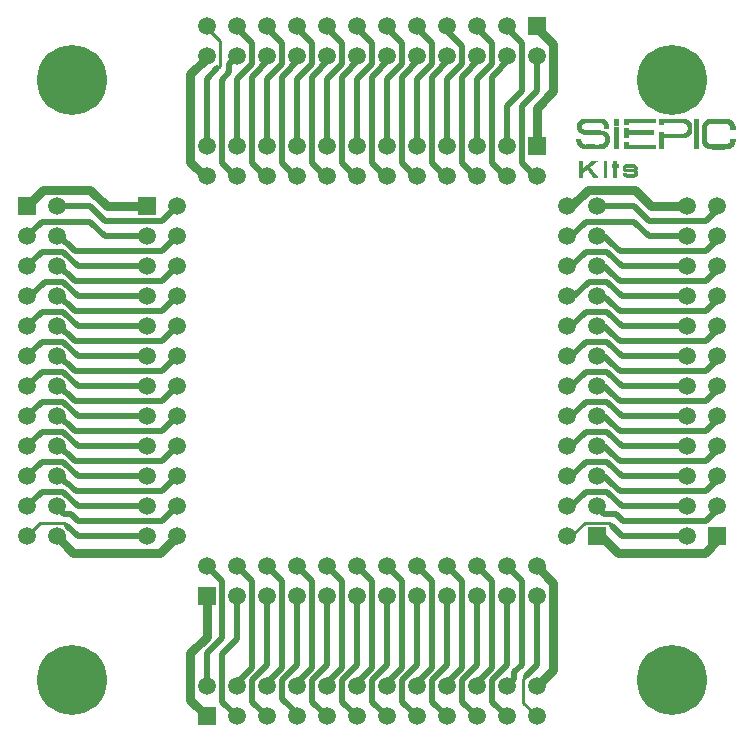
<source format=gtl>
G04*
G04 #@! TF.GenerationSoftware,Altium Limited,Altium Designer,19.1.5 (86)*
G04*
G04 Layer_Physical_Order=1*
G04 Layer_Color=255*
%FSLAX25Y25*%
%MOIN*%
G70*
G01*
G75*
%ADD10C,0.01000*%
%ADD14C,0.00100*%
%ADD19C,0.02000*%
%ADD20C,0.03000*%
%ADD21C,0.05906*%
%ADD22R,0.05906X0.05906*%
%ADD23R,0.05906X0.05906*%
%ADD24C,0.23312*%
D10*
X67900Y236900D02*
X72353Y232447D01*
Y224348D02*
Y232447D01*
X71900Y223896D02*
X72353Y224348D01*
X189400Y67400D02*
X193853Y71853D01*
X201952D01*
X202404Y71400D01*
X173447Y11853D02*
X177900Y7400D01*
X173447Y11853D02*
Y19951D01*
X173900Y20404D01*
X20451Y71853D02*
X20904Y71400D01*
X12353Y71853D02*
X20451D01*
X7900Y67400D02*
X12353Y71853D01*
D14*
X207650Y187300D02*
X210450D01*
X203450D02*
X204350D01*
X200150D02*
X201050D01*
X196750D02*
X197950D01*
X191950D02*
X192850D01*
X207250Y187400D02*
X210650D01*
X203450D02*
X204350D01*
X200150D02*
X201050D01*
X196650D02*
X197850D01*
X191950D02*
X192850D01*
X207050Y187500D02*
X210850D01*
X203450D02*
X204350D01*
X200150D02*
X201050D01*
X196650D02*
X197750D01*
X191950D02*
X192850D01*
X206950Y187600D02*
X210950D01*
X203450D02*
X204350D01*
X200150D02*
X201050D01*
X196550D02*
X197750D01*
X191950D02*
X192850D01*
X206850Y187700D02*
X211050D01*
X203450D02*
X204350D01*
X200150D02*
X201050D01*
X196450D02*
X197650D01*
X191950D02*
X192850D01*
X206750Y187800D02*
X211150D01*
X203450D02*
X204350D01*
X200150D02*
X201050D01*
X196350D02*
X197550D01*
X191950D02*
X192850D01*
X206650Y187900D02*
X211150D01*
X203450D02*
X204350D01*
X200150D02*
X201050D01*
X196250D02*
X197450D01*
X191950D02*
X192850D01*
X206650Y188000D02*
X211250D01*
X203450D02*
X204350D01*
X200150D02*
X201050D01*
X196150D02*
X197350D01*
X191950D02*
X192850D01*
X206550Y188100D02*
X211250D01*
X203450D02*
X204350D01*
X200150D02*
X201050D01*
X196150D02*
X197350D01*
X191950D02*
X192850D01*
X210150Y188200D02*
X211250D01*
X206550D02*
X207750D01*
X203450D02*
X204350D01*
X200150D02*
X201050D01*
X196050D02*
X197250D01*
X191950D02*
X192850D01*
X210350Y188300D02*
X211350D01*
X206550D02*
X207550D01*
X203450D02*
X204350D01*
X200150D02*
X201050D01*
X195950D02*
X197150D01*
X191950D02*
X192850D01*
X210350Y188400D02*
X211350D01*
X206550D02*
X207550D01*
X203450D02*
X204350D01*
X200150D02*
X201050D01*
X195850D02*
X197050D01*
X191950D02*
X192850D01*
X210450Y188500D02*
X211350D01*
X206550D02*
X207450D01*
X203450D02*
X204350D01*
X200150D02*
X201050D01*
X195750D02*
X196950D01*
X191950D02*
X192850D01*
X210450Y188600D02*
X211350D01*
X206550D02*
X207450D01*
X203450D02*
X204350D01*
X200150D02*
X201050D01*
X195750D02*
X196850D01*
X191950D02*
X192850D01*
X210450Y188700D02*
X211350D01*
X206550D02*
X207450D01*
X203450D02*
X204350D01*
X200150D02*
X201050D01*
X195650D02*
X196850D01*
X191950D02*
X192950D01*
X210350Y188800D02*
X211350D01*
X203450D02*
X204350D01*
X200150D02*
X201050D01*
X195550D02*
X196750D01*
X191950D02*
X193050D01*
X210350Y188900D02*
X211350D01*
X203450D02*
X204350D01*
X200150D02*
X201050D01*
X195450D02*
X196650D01*
X191950D02*
X193150D01*
X210150Y189000D02*
X211250D01*
X203450D02*
X204350D01*
X200150D02*
X201050D01*
X195350D02*
X196550D01*
X191950D02*
X193350D01*
X207450Y189100D02*
X211250D01*
X203450D02*
X204350D01*
X200150D02*
X201050D01*
X195350D02*
X196450D01*
X191950D02*
X193450D01*
X207150Y189200D02*
X211150D01*
X203450D02*
X204350D01*
X200150D02*
X201050D01*
X195250D02*
X196450D01*
X191950D02*
X193550D01*
X206950Y189300D02*
X211150D01*
X203450D02*
X204350D01*
X200150D02*
X201050D01*
X195150D02*
X196350D01*
X191950D02*
X193650D01*
X206850Y189400D02*
X211050D01*
X203450D02*
X204350D01*
X200150D02*
X201050D01*
X195050D02*
X196250D01*
X191950D02*
X193750D01*
X206750Y189500D02*
X210950D01*
X203450D02*
X204350D01*
X200150D02*
X201050D01*
X194950D02*
X196150D01*
X191950D02*
X193950D01*
X206750Y189600D02*
X210850D01*
X203450D02*
X204350D01*
X200150D02*
X201050D01*
X194850D02*
X196050D01*
X191950D02*
X194050D01*
X206650Y189700D02*
X210750D01*
X203450D02*
X204350D01*
X200150D02*
X201050D01*
X194850D02*
X196050D01*
X191950D02*
X194150D01*
X206650Y189800D02*
X210550D01*
X203450D02*
X204350D01*
X200150D02*
X201050D01*
X194750D02*
X195950D01*
X191950D02*
X194250D01*
X206550Y189900D02*
X210350D01*
X203450D02*
X204350D01*
X200150D02*
X201050D01*
X194650D02*
X195850D01*
X192950D02*
X194450D01*
X191950D02*
X192850D01*
X210350Y190000D02*
X211150D01*
X206550D02*
X207750D01*
X203450D02*
X204350D01*
X200150D02*
X201050D01*
X193050D02*
X195750D01*
X191950D02*
X192850D01*
X210250Y190100D02*
X211150D01*
X206550D02*
X207450D01*
X203450D02*
X204350D01*
X200150D02*
X201050D01*
X193150D02*
X195650D01*
X191950D02*
X192850D01*
X210250Y190200D02*
X211150D01*
X206550D02*
X207450D01*
X203450D02*
X204350D01*
X200150D02*
X201050D01*
X193350D02*
X195550D01*
X191950D02*
X192850D01*
X210250Y190300D02*
X211150D01*
X206550D02*
X207450D01*
X203450D02*
X204350D01*
X200150D02*
X201050D01*
X193450D02*
X195550D01*
X191950D02*
X192850D01*
X210150Y190400D02*
X211150D01*
X206550D02*
X207450D01*
X203450D02*
X204350D01*
X200150D02*
X201050D01*
X193550D02*
X195450D01*
X191950D02*
X192850D01*
X210050Y190500D02*
X211150D01*
X206550D02*
X207550D01*
X203450D02*
X204350D01*
X200150D02*
X201050D01*
X193650D02*
X195350D01*
X191950D02*
X192850D01*
X206550Y190600D02*
X211150D01*
X202850D02*
X204950D01*
X200150D02*
X201050D01*
X193850D02*
X195250D01*
X191950D02*
X192850D01*
X206550Y190700D02*
X211050D01*
X202850D02*
X204950D01*
X200150D02*
X201050D01*
X193950D02*
X195450D01*
X191950D02*
X192850D01*
X206650Y190800D02*
X211050D01*
X202850D02*
X204950D01*
X200150D02*
X201050D01*
X194050D02*
X195550D01*
X191950D02*
X192850D01*
X206650Y190900D02*
X210950D01*
X202850D02*
X204950D01*
X200150D02*
X201050D01*
X194150D02*
X195650D01*
X191950D02*
X192850D01*
X206750Y191000D02*
X210850D01*
X202850D02*
X204950D01*
X200150D02*
X201050D01*
X194350D02*
X195750D01*
X191950D02*
X192850D01*
X206850Y191100D02*
X210750D01*
X202850D02*
X204950D01*
X200150D02*
X201050D01*
X194450D02*
X195950D01*
X191950D02*
X192850D01*
X206950Y191200D02*
X210650D01*
X202850D02*
X204950D01*
X200150D02*
X201050D01*
X194550D02*
X196050D01*
X191950D02*
X192850D01*
X207150Y191300D02*
X210450D01*
X202850D02*
X204950D01*
X200150D02*
X201050D01*
X194650D02*
X196150D01*
X191950D02*
X192850D01*
X207350Y191400D02*
X210150D01*
X202850D02*
X204950D01*
X194850D02*
X196250D01*
X191950D02*
X192850D01*
X203450Y191500D02*
X204350D01*
X200150D02*
X201050D01*
X194950D02*
X196350D01*
X191950D02*
X192850D01*
X203450Y191600D02*
X204350D01*
X200150D02*
X201050D01*
X195050D02*
X196550D01*
X191950D02*
X192850D01*
X203450Y191700D02*
X204350D01*
X200150D02*
X201050D01*
X195150D02*
X196650D01*
X191950D02*
X192850D01*
X203450Y191800D02*
X204350D01*
X200150D02*
X201050D01*
X195350D02*
X196750D01*
X191950D02*
X192850D01*
X203450Y191900D02*
X204350D01*
X200150D02*
X201050D01*
X195450D02*
X196850D01*
X191950D02*
X192850D01*
X203450Y192000D02*
X204350D01*
X200150D02*
X201050D01*
X195550D02*
X197050D01*
X191950D02*
X192850D01*
X203450Y192100D02*
X204350D01*
X200150D02*
X201050D01*
X195650D02*
X197150D01*
X191950D02*
X192850D01*
X203450Y192200D02*
X204350D01*
X200150D02*
X201050D01*
X195750D02*
X197250D01*
X191950D02*
X192850D01*
X203450Y192300D02*
X204350D01*
X200150D02*
X201050D01*
X195950D02*
X197350D01*
X191950D02*
X192850D01*
X203450Y192400D02*
X204350D01*
X200150D02*
X201050D01*
X196050D02*
X197550D01*
X191950D02*
X192850D01*
X203450Y192500D02*
X204350D01*
X200150D02*
X201050D01*
X196150D02*
X197650D01*
X191950D02*
X192850D01*
X203450Y192600D02*
X204350D01*
X200150D02*
X201050D01*
X196250D02*
X197750D01*
X191950D02*
X192850D01*
X203450Y192700D02*
X204350D01*
X200150D02*
X201050D01*
X196450D02*
X197850D01*
X191950D02*
X192850D01*
X236350Y196700D02*
X240250D01*
X235150Y196800D02*
X241650D01*
X230450D02*
X231750D01*
X218650D02*
X219950D01*
X207050D02*
X217350D01*
X203650D02*
X204950D01*
X194450D02*
X199650D01*
X234750Y196900D02*
X241950D01*
X230450D02*
X231750D01*
X218650D02*
X219950D01*
X207050D02*
X217350D01*
X203650D02*
X204950D01*
X193250D02*
X200050D01*
X234550Y197000D02*
X242250D01*
X230450D02*
X231750D01*
X218650D02*
X219950D01*
X207050D02*
X217350D01*
X203650D02*
X204950D01*
X192850D02*
X200250D01*
X234350Y197100D02*
X242450D01*
X230450D02*
X231750D01*
X218650D02*
X219950D01*
X207050D02*
X217350D01*
X203650D02*
X204950D01*
X192650D02*
X200450D01*
X234250Y197200D02*
X242550D01*
X230450D02*
X231750D01*
X218650D02*
X219950D01*
X207050D02*
X217350D01*
X203650D02*
X204950D01*
X192450D02*
X200650D01*
X234050Y197300D02*
X242650D01*
X230450D02*
X231750D01*
X218650D02*
X219950D01*
X207050D02*
X217350D01*
X203650D02*
X204950D01*
X192350D02*
X200750D01*
X233950Y197400D02*
X242850D01*
X230350D02*
X231750D01*
X218650D02*
X219950D01*
X207050D02*
X217350D01*
X203650D02*
X204950D01*
X192150D02*
X200950D01*
X233850Y197500D02*
X242950D01*
X230350D02*
X231750D01*
X218650D02*
X219950D01*
X207050D02*
X217350D01*
X203650D02*
X204950D01*
X192050D02*
X201050D01*
X233750Y197600D02*
X243050D01*
X230350D02*
X231750D01*
X218650D02*
X219950D01*
X207050D02*
X217350D01*
X203650D02*
X204950D01*
X191950D02*
X201150D01*
X233650Y197700D02*
X243150D01*
X230350D02*
X231750D01*
X218650D02*
X219950D01*
X207050D02*
X217350D01*
X203650D02*
X204950D01*
X191850D02*
X201150D01*
X233550Y197800D02*
X243250D01*
X230350D02*
X231750D01*
X218650D02*
X219950D01*
X207050D02*
X217350D01*
X203650D02*
X204950D01*
X191750D02*
X201250D01*
X233450Y197900D02*
X243250D01*
X230350D02*
X231750D01*
X218650D02*
X219950D01*
X207050D02*
X217350D01*
X203650D02*
X204950D01*
X191650D02*
X201350D01*
X233450Y198000D02*
X243350D01*
X230350D02*
X231750D01*
X218650D02*
X219950D01*
X207050D02*
X217350D01*
X203650D02*
X204950D01*
X191650D02*
X201450D01*
X233350Y198100D02*
X243450D01*
X230350D02*
X231750D01*
X218650D02*
X219950D01*
X207050D02*
X208350D01*
X203650D02*
X204950D01*
X198750D02*
X201450D01*
X194350D02*
X196950D01*
X191550D02*
X193650D01*
X241250Y198200D02*
X243450D01*
X233250D02*
X235650D01*
X230350D02*
X231750D01*
X218650D02*
X219950D01*
X207050D02*
X208350D01*
X203650D02*
X204950D01*
X199350D02*
X201550D01*
X191450D02*
X193350D01*
X241550Y198300D02*
X243550D01*
X233250D02*
X235250D01*
X230350D02*
X231750D01*
X218650D02*
X219950D01*
X207050D02*
X208350D01*
X203650D02*
X204950D01*
X199650D02*
X201650D01*
X191450D02*
X193150D01*
X241750Y198400D02*
X243550D01*
X233150D02*
X235050D01*
X230350D02*
X231750D01*
X218650D02*
X219950D01*
X207050D02*
X208350D01*
X203650D02*
X204950D01*
X199850D02*
X201650D01*
X191350D02*
X193050D01*
X241850Y198500D02*
X243650D01*
X233150D02*
X234950D01*
X230350D02*
X231750D01*
X218650D02*
X219950D01*
X207050D02*
X208350D01*
X203650D02*
X204950D01*
X200050D02*
X201750D01*
X191350D02*
X192950D01*
X241950Y198600D02*
X243650D01*
X233150D02*
X234750D01*
X230350D02*
X231750D01*
X218650D02*
X219950D01*
X207050D02*
X208350D01*
X203650D02*
X204950D01*
X200150D02*
X201750D01*
X191250D02*
X192850D01*
X242050Y198700D02*
X243750D01*
X233050D02*
X234650D01*
X230350D02*
X231750D01*
X218650D02*
X219950D01*
X207050D02*
X208350D01*
X203650D02*
X204950D01*
X200250D02*
X201750D01*
X191250D02*
X192750D01*
X242150Y198800D02*
X243750D01*
X233050D02*
X234650D01*
X230350D02*
X231750D01*
X218650D02*
X219950D01*
X207050D02*
X208350D01*
X203650D02*
X204950D01*
X200350D02*
X201850D01*
X191250D02*
X192650D01*
X242250Y198900D02*
X243750D01*
X233050D02*
X234550D01*
X230350D02*
X231750D01*
X218650D02*
X219950D01*
X207050D02*
X208350D01*
X203650D02*
X204950D01*
X200350D02*
X201850D01*
X191150D02*
X192650D01*
X242250Y199000D02*
X243750D01*
X232950D02*
X234450D01*
X230350D02*
X231750D01*
X218650D02*
X219950D01*
X207050D02*
X208350D01*
X203650D02*
X204950D01*
X200450D02*
X201850D01*
X191150D02*
X192550D01*
X242350Y199100D02*
X243750D01*
X232950D02*
X234450D01*
X230350D02*
X231750D01*
X218650D02*
X219950D01*
X203650D02*
X204950D01*
X200550D02*
X201850D01*
X191150D02*
X192550D01*
X242350Y199200D02*
X243850D01*
X232950D02*
X234350D01*
X230350D02*
X231750D01*
X218650D02*
X219950D01*
X203650D02*
X204950D01*
X200550D02*
X201950D01*
X191150D02*
X192450D01*
X242450Y199300D02*
X243850D01*
X232950D02*
X234350D01*
X230350D02*
X231750D01*
X218650D02*
X219950D01*
X203650D02*
X204950D01*
X200550D02*
X201950D01*
X191050D02*
X192450D01*
X242450Y199400D02*
X243850D01*
X232950D02*
X234350D01*
X230350D02*
X231750D01*
X218650D02*
X219950D01*
X203650D02*
X204950D01*
X200650D02*
X201950D01*
X191050D02*
X192450D01*
X242450Y199500D02*
X243850D01*
X232950D02*
X234250D01*
X230350D02*
X231750D01*
X218650D02*
X219950D01*
X203650D02*
X204950D01*
X200650D02*
X201950D01*
X191050D02*
X192450D01*
X242450Y199600D02*
X243850D01*
X232950D02*
X234250D01*
X230350D02*
X231750D01*
X218650D02*
X219950D01*
X203650D02*
X204950D01*
X200650D02*
X201950D01*
X191050D02*
X192450D01*
X242450Y199700D02*
X243850D01*
X232950D02*
X234250D01*
X230350D02*
X231750D01*
X218650D02*
X219950D01*
X203650D02*
X204950D01*
X200650D02*
X201950D01*
X191050D02*
X192450D01*
X242450Y199800D02*
X243850D01*
X232950D02*
X234250D01*
X230350D02*
X231750D01*
X218650D02*
X219950D01*
X203650D02*
X204950D01*
X200650D02*
X201950D01*
X191050D02*
X192350D01*
X242450Y199900D02*
X243850D01*
X232950D02*
X234250D01*
X230350D02*
X231750D01*
X218650D02*
X219950D01*
X203650D02*
X204950D01*
X200650D02*
X201950D01*
X242450Y200000D02*
X243850D01*
X232950D02*
X234250D01*
X230350D02*
X231750D01*
X218650D02*
X219950D01*
X203650D02*
X204950D01*
X200650D02*
X201950D01*
X232950Y200100D02*
X234250D01*
X230350D02*
X231750D01*
X218650D02*
X219950D01*
X203650D02*
X204950D01*
X200650D02*
X201950D01*
X232950Y200200D02*
X234250D01*
X230350D02*
X231750D01*
X218650D02*
X219950D01*
X203650D02*
X204950D01*
X200650D02*
X201950D01*
X232950Y200300D02*
X234250D01*
X230350D02*
X231750D01*
X218650D02*
X219950D01*
X203650D02*
X204950D01*
X200650D02*
X201950D01*
X232950Y200400D02*
X234250D01*
X230350D02*
X231750D01*
X218650D02*
X219950D01*
X203650D02*
X204950D01*
X200550D02*
X201850D01*
X232950Y200500D02*
X234250D01*
X230350D02*
X231750D01*
X218650D02*
X227150D01*
X203650D02*
X204950D01*
X200550D02*
X201850D01*
X232950Y200600D02*
X234250D01*
X230350D02*
X231750D01*
X218650D02*
X227550D01*
X203650D02*
X204950D01*
X200550D02*
X201850D01*
X232950Y200700D02*
X234250D01*
X230350D02*
X231750D01*
X218650D02*
X227750D01*
X207050D02*
X208350D01*
X203650D02*
X204950D01*
X200550D02*
X201850D01*
X232850Y200800D02*
X234250D01*
X230350D02*
X231750D01*
X218650D02*
X227950D01*
X207050D02*
X208350D01*
X203650D02*
X204950D01*
X200450D02*
X201850D01*
X232850Y200900D02*
X234250D01*
X230350D02*
X231750D01*
X218650D02*
X228150D01*
X207050D02*
X208350D01*
X203650D02*
X204950D01*
X200450D02*
X201750D01*
X232850Y201000D02*
X234250D01*
X230350D02*
X231750D01*
X218650D02*
X228250D01*
X207050D02*
X208350D01*
X203650D02*
X204950D01*
X200350D02*
X201750D01*
X232850Y201100D02*
X234250D01*
X230350D02*
X231750D01*
X218650D02*
X228450D01*
X207050D02*
X208350D01*
X203650D02*
X204950D01*
X200250D02*
X201650D01*
X232850Y201200D02*
X234250D01*
X230350D02*
X231750D01*
X218650D02*
X228550D01*
X207050D02*
X208350D01*
X203650D02*
X204950D01*
X200150D02*
X201650D01*
X232850Y201300D02*
X234250D01*
X230350D02*
X231750D01*
X218650D02*
X228650D01*
X207050D02*
X208350D01*
X203650D02*
X204950D01*
X200050D02*
X201550D01*
X232850Y201400D02*
X234250D01*
X230350D02*
X231750D01*
X218650D02*
X228750D01*
X207050D02*
X208350D01*
X203650D02*
X204950D01*
X199850D02*
X201550D01*
X232850Y201500D02*
X234250D01*
X230350D02*
X231750D01*
X218650D02*
X228750D01*
X207050D02*
X208350D01*
X203650D02*
X204950D01*
X199450D02*
X201450D01*
X232850Y201600D02*
X234250D01*
X230350D02*
X231750D01*
X218650D02*
X228850D01*
X207050D02*
X208350D01*
X203650D02*
X204950D01*
X193550D02*
X201350D01*
X232850Y201700D02*
X234250D01*
X230350D02*
X231750D01*
X218650D02*
X228950D01*
X207050D02*
X216550D01*
X203650D02*
X204950D01*
X193150D02*
X201350D01*
X232850Y201800D02*
X234250D01*
X230350D02*
X231750D01*
X226950D02*
X229050D01*
X218650D02*
X219950D01*
X207050D02*
X216550D01*
X203650D02*
X204950D01*
X192950D02*
X201250D01*
X232850Y201900D02*
X234250D01*
X230350D02*
X231750D01*
X227250D02*
X229050D01*
X218650D02*
X219950D01*
X207050D02*
X216550D01*
X203650D02*
X204950D01*
X192650D02*
X201150D01*
X232850Y202000D02*
X234250D01*
X230350D02*
X231750D01*
X227450D02*
X229150D01*
X218650D02*
X219950D01*
X207050D02*
X216550D01*
X203650D02*
X204950D01*
X192550D02*
X201050D01*
X232850Y202100D02*
X234250D01*
X230350D02*
X231750D01*
X227550D02*
X229150D01*
X218650D02*
X219950D01*
X207050D02*
X216550D01*
X203650D02*
X204950D01*
X192350D02*
X200850D01*
X232850Y202200D02*
X234250D01*
X230350D02*
X231750D01*
X227650D02*
X229250D01*
X218650D02*
X219950D01*
X207050D02*
X216550D01*
X203650D02*
X204950D01*
X192250D02*
X200750D01*
X232850Y202300D02*
X234250D01*
X230350D02*
X231750D01*
X227750D02*
X229250D01*
X207050D02*
X216550D01*
X203650D02*
X204950D01*
X192050D02*
X200550D01*
X232850Y202400D02*
X234250D01*
X230350D02*
X231750D01*
X227850D02*
X229250D01*
X207050D02*
X216550D01*
X203650D02*
X204950D01*
X191950D02*
X200350D01*
X232850Y202500D02*
X234250D01*
X230350D02*
X231750D01*
X227850D02*
X229350D01*
X207050D02*
X216550D01*
X203650D02*
X204950D01*
X191850D02*
X200150D01*
X232850Y202600D02*
X234250D01*
X230350D02*
X231750D01*
X227950D02*
X229350D01*
X207050D02*
X216550D01*
X203650D02*
X204950D01*
X191850D02*
X199850D01*
X232850Y202700D02*
X234250D01*
X230350D02*
X231750D01*
X227950D02*
X229350D01*
X207050D02*
X216550D01*
X203650D02*
X204950D01*
X191750D02*
X199550D01*
X232850Y202800D02*
X234250D01*
X230350D02*
X231750D01*
X228050D02*
X229350D01*
X207050D02*
X216550D01*
X203650D02*
X204950D01*
X191650D02*
X198950D01*
X232850Y202900D02*
X234250D01*
X230350D02*
X231750D01*
X228050D02*
X229450D01*
X207050D02*
X216550D01*
X203650D02*
X204950D01*
X191550D02*
X193650D01*
X232850Y203000D02*
X234250D01*
X230350D02*
X231750D01*
X228050D02*
X229450D01*
X207050D02*
X208350D01*
X203650D02*
X204950D01*
X191550D02*
X193250D01*
X232850Y203100D02*
X234250D01*
X230350D02*
X231750D01*
X228150D02*
X229450D01*
X207050D02*
X208350D01*
X203650D02*
X204950D01*
X191450D02*
X193150D01*
X242550Y203200D02*
X243850D01*
X232850D02*
X234250D01*
X230350D02*
X231750D01*
X228150D02*
X229450D01*
X207050D02*
X208350D01*
X203650D02*
X204950D01*
X191450D02*
X192950D01*
X242450Y203300D02*
X243850D01*
X232950D02*
X234250D01*
X230350D02*
X231750D01*
X228150D02*
X229450D01*
X207050D02*
X208350D01*
X203650D02*
X204950D01*
X191350D02*
X192850D01*
X242450Y203400D02*
X243850D01*
X232950D02*
X234250D01*
X230350D02*
X231750D01*
X228150D02*
X229450D01*
X207050D02*
X208350D01*
X203650D02*
X204950D01*
X191350D02*
X192750D01*
X242450Y203500D02*
X243850D01*
X232950D02*
X234250D01*
X230350D02*
X231750D01*
X228150D02*
X229450D01*
X203650D02*
X204950D01*
X191350D02*
X192750D01*
X242450Y203600D02*
X243850D01*
X232950D02*
X234250D01*
X230350D02*
X231750D01*
X228150D02*
X229450D01*
X203650D02*
X204950D01*
X191350D02*
X192650D01*
X242450Y203700D02*
X243850D01*
X232950D02*
X234250D01*
X230350D02*
X231750D01*
X228150D02*
X229450D01*
X203650D02*
X204950D01*
X200250D02*
X201650D01*
X191250D02*
X192650D01*
X242450Y203800D02*
X243850D01*
X232950D02*
X234250D01*
X230350D02*
X231750D01*
X228150D02*
X229450D01*
X203650D02*
X204950D01*
X200250D02*
X201650D01*
X191250D02*
X192650D01*
X242450Y203900D02*
X243850D01*
X232950D02*
X234350D01*
X230350D02*
X231750D01*
X228150D02*
X229450D01*
X203650D02*
X204950D01*
X200250D02*
X201650D01*
X191250D02*
X192550D01*
X242450Y204000D02*
X243850D01*
X232950D02*
X234350D01*
X230350D02*
X231750D01*
X228150D02*
X229450D01*
X203650D02*
X204950D01*
X200250D02*
X201650D01*
X191250D02*
X192550D01*
X242450Y204100D02*
X243850D01*
X232950D02*
X234350D01*
X230350D02*
X231750D01*
X228050D02*
X229450D01*
X200250D02*
X201650D01*
X191250D02*
X192550D01*
X242350Y204200D02*
X243850D01*
X232950D02*
X234350D01*
X230350D02*
X231750D01*
X228050D02*
X229450D01*
X200250D02*
X201650D01*
X191250D02*
X192550D01*
X242350Y204300D02*
X243750D01*
X233050D02*
X234450D01*
X230350D02*
X231750D01*
X228050D02*
X229350D01*
X200250D02*
X201650D01*
X191250D02*
X192550D01*
X242250Y204400D02*
X243750D01*
X233050D02*
X234450D01*
X230350D02*
X231750D01*
X227950D02*
X229350D01*
X200250D02*
X201650D01*
X191250D02*
X192550D01*
X242250Y204500D02*
X243750D01*
X233050D02*
X234550D01*
X230350D02*
X231750D01*
X227950D02*
X229350D01*
X200250D02*
X201650D01*
X191250D02*
X192650D01*
X242150Y204600D02*
X243750D01*
X233150D02*
X234650D01*
X230350D02*
X231750D01*
X227850D02*
X229350D01*
X200150D02*
X201650D01*
X191250D02*
X192650D01*
X242050Y204700D02*
X243650D01*
X233150D02*
X234750D01*
X230350D02*
X231750D01*
X227850D02*
X229250D01*
X203650D02*
X204950D01*
X200150D02*
X201550D01*
X191350D02*
X192650D01*
X241950Y204800D02*
X243650D01*
X233150D02*
X234850D01*
X230350D02*
X231750D01*
X227750D02*
X229250D01*
X203650D02*
X204950D01*
X200050D02*
X201550D01*
X191350D02*
X192750D01*
X241850Y204900D02*
X243550D01*
X233250D02*
X234950D01*
X230350D02*
X231750D01*
X227650D02*
X229250D01*
X218650D02*
X219950D01*
X207050D02*
X208350D01*
X203650D02*
X204950D01*
X200050D02*
X201550D01*
X191350D02*
X192850D01*
X241650Y205000D02*
X243550D01*
X233250D02*
X235050D01*
X230350D02*
X231750D01*
X227550D02*
X229150D01*
X218650D02*
X219950D01*
X207050D02*
X208350D01*
X203650D02*
X204950D01*
X199950D02*
X201550D01*
X191350D02*
X192950D01*
X241550Y205100D02*
X243450D01*
X233350D02*
X235250D01*
X230350D02*
X231750D01*
X227350D02*
X229150D01*
X218650D02*
X219950D01*
X207050D02*
X208350D01*
X203650D02*
X204950D01*
X199850D02*
X201450D01*
X191450D02*
X193050D01*
X241150Y205200D02*
X243450D01*
X233350D02*
X235650D01*
X230350D02*
X231750D01*
X227250D02*
X229050D01*
X218650D02*
X219950D01*
X207050D02*
X208350D01*
X203650D02*
X204950D01*
X199750D02*
X201450D01*
X191450D02*
X193250D01*
X233450Y205300D02*
X243350D01*
X230350D02*
X231750D01*
X226950D02*
X229050D01*
X218650D02*
X219950D01*
X207050D02*
X208350D01*
X203650D02*
X204950D01*
X199550D02*
X201350D01*
X191550D02*
X193550D01*
X233550Y205400D02*
X243250D01*
X230450D02*
X231750D01*
X218650D02*
X228950D01*
X207050D02*
X217350D01*
X203650D02*
X204950D01*
X199250D02*
X201350D01*
X191550D02*
X194050D01*
X233550Y205500D02*
X243250D01*
X230450D02*
X231750D01*
X218650D02*
X228850D01*
X207050D02*
X217350D01*
X203650D02*
X204950D01*
X191650D02*
X201250D01*
X233650Y205600D02*
X243150D01*
X230450D02*
X231750D01*
X218650D02*
X228750D01*
X207050D02*
X217350D01*
X203650D02*
X204950D01*
X191650D02*
X201250D01*
X233750Y205700D02*
X243050D01*
X230450D02*
X231750D01*
X218650D02*
X228750D01*
X207050D02*
X217350D01*
X203650D02*
X204950D01*
X191750D02*
X201150D01*
X233850Y205800D02*
X242950D01*
X230450D02*
X231750D01*
X218650D02*
X228650D01*
X207050D02*
X217350D01*
X203650D02*
X204950D01*
X191850D02*
X201050D01*
X233950Y205900D02*
X242850D01*
X230450D02*
X231750D01*
X218650D02*
X228550D01*
X207050D02*
X217350D01*
X203650D02*
X204950D01*
X191950D02*
X200950D01*
X234050Y206000D02*
X242650D01*
X230450D02*
X231750D01*
X218650D02*
X228450D01*
X207050D02*
X217350D01*
X203650D02*
X204950D01*
X192050D02*
X200850D01*
X234250Y206100D02*
X242550D01*
X230450D02*
X231750D01*
X218650D02*
X228250D01*
X207050D02*
X217350D01*
X203650D02*
X204950D01*
X192150D02*
X200750D01*
X234350Y206200D02*
X242450D01*
X230450D02*
X231750D01*
X218650D02*
X228150D01*
X207050D02*
X217350D01*
X203650D02*
X204950D01*
X192250D02*
X200650D01*
X234550Y206300D02*
X242250D01*
X230450D02*
X231750D01*
X218650D02*
X227950D01*
X207050D02*
X217350D01*
X203650D02*
X204950D01*
X192350D02*
X200450D01*
X234750Y206400D02*
X241950D01*
X230450D02*
X231750D01*
X218650D02*
X227750D01*
X207050D02*
X217350D01*
X203650D02*
X204950D01*
X192550D02*
X200350D01*
X235150Y206500D02*
X241650D01*
X230450D02*
X231750D01*
X218650D02*
X227550D01*
X207050D02*
X217350D01*
X203650D02*
X204950D01*
X192650D02*
X200150D01*
X236150Y206600D02*
X240550D01*
X230450D02*
X231750D01*
X218650D02*
X227150D01*
X207050D02*
X217350D01*
X203650D02*
X204950D01*
X192950D02*
X199850D01*
X193250Y206700D02*
X199450D01*
D19*
X72947Y191853D02*
X77900Y186900D01*
X75400Y224900D02*
X77900Y227400D01*
X167900Y196900D02*
Y210978D01*
X172853Y215931D01*
X167900Y236900D02*
X172853Y231947D01*
Y215931D02*
Y231947D01*
X177900Y215900D02*
Y226900D01*
X172900Y210900D02*
X177900Y215900D01*
X172900Y191900D02*
Y210900D01*
Y191900D02*
X177900Y186900D01*
X162947Y220700D02*
X165853Y223606D01*
X167900Y225843D02*
Y226900D01*
X165853Y223796D02*
X167900Y225843D01*
X165853Y223606D02*
Y223796D01*
X162853Y224849D02*
Y231947D01*
X157900Y236900D02*
X162853Y231947D01*
X162947Y191853D02*
X167900Y186900D01*
X162947Y191853D02*
Y220700D01*
X157900Y225843D02*
Y226900D01*
X155853Y223796D02*
X157900Y225843D01*
X155853Y223606D02*
Y223796D01*
X147900Y196900D02*
Y219896D01*
X152853Y224849D01*
Y230947D01*
X147900Y235900D02*
X152853Y230947D01*
X147900Y235900D02*
Y236900D01*
X152947Y191853D02*
X157900Y186900D01*
Y219896D02*
X162853Y224849D01*
X157900Y196900D02*
Y219896D01*
X152947Y220700D02*
X155853Y223606D01*
X152947Y191853D02*
Y220700D01*
X142947Y191853D02*
X147900Y186900D01*
X142947Y220700D02*
X145853Y223606D01*
X142947Y191853D02*
Y220700D01*
X147400Y225343D02*
Y227400D01*
X145853Y223796D02*
X147400Y225343D01*
X145853Y223606D02*
Y223796D01*
X137900Y196900D02*
Y219896D01*
X142853Y224849D01*
Y231947D01*
X137900Y236900D02*
X142853Y231947D01*
X132947Y191853D02*
X137900Y186900D01*
X132947Y220700D02*
X135853Y223606D01*
X132947Y191853D02*
Y220700D01*
X137900Y225843D02*
Y226900D01*
X135853Y223796D02*
X137900Y225843D01*
X135853Y223606D02*
Y223796D01*
X127900Y196900D02*
Y219896D01*
X132853Y224849D01*
Y231947D01*
X127900Y236900D02*
X132853Y231947D01*
X122947Y191853D02*
X127900Y186900D01*
X122947Y220700D02*
X125853Y223606D01*
X122947Y191853D02*
Y220700D01*
X127900Y225843D02*
Y226900D01*
X125853Y223796D02*
X127900Y225843D01*
X125853Y223606D02*
Y223796D01*
X117900Y196900D02*
Y219896D01*
X122853Y224849D01*
Y231947D01*
X117900Y236900D02*
X122853Y231947D01*
X112947Y191853D02*
X117900Y186900D01*
X112947Y220700D02*
X115853Y223606D01*
X112947Y191853D02*
Y220700D01*
X117900Y225843D02*
Y226900D01*
X115853Y223796D02*
X117900Y225843D01*
X115853Y223606D02*
Y223796D01*
X112853Y224849D02*
Y231947D01*
X107900Y236900D02*
X112853Y231947D01*
X107900Y225843D02*
Y226900D01*
X105853Y223796D02*
X107900Y225843D01*
X97900Y196900D02*
Y219896D01*
X102853Y224849D01*
Y231947D01*
X97900Y236900D02*
X102853Y231947D01*
X107900Y219896D02*
X112853Y224849D01*
X107900Y196900D02*
Y219896D01*
X102947Y220700D02*
X105853Y223606D01*
Y223796D01*
X102947Y191853D02*
Y220700D01*
Y191853D02*
X107900Y186900D01*
X92947Y191853D02*
X97900Y186900D01*
X92947Y220700D02*
X95853Y223606D01*
X92947Y191853D02*
Y220700D01*
X97900Y225843D02*
Y226900D01*
X95853Y223796D02*
X97900Y225843D01*
X95853Y223606D02*
Y223796D01*
X92853Y224849D02*
Y231947D01*
X87900Y236900D02*
X92853Y231947D01*
X87900Y225843D02*
Y226900D01*
X85853Y223796D02*
X87900Y225843D01*
X85853Y223606D02*
Y223796D01*
X77900Y196900D02*
Y219896D01*
X82853Y224849D01*
Y231947D01*
X77900Y236900D02*
X82853Y231947D01*
X82900Y191900D02*
X87900Y186900D01*
Y219896D02*
X92853Y224849D01*
X87900Y196900D02*
Y219896D01*
X82900Y220653D02*
X85853Y223606D01*
X82900Y191900D02*
Y220653D01*
X72947Y191853D02*
Y219705D01*
X75400Y222157D02*
Y224900D01*
X72947Y219705D02*
X75400Y222157D01*
X67900Y196900D02*
Y219896D01*
X71449Y223445D01*
X234447Y72447D02*
X239400Y77400D01*
X197900D02*
X200400Y74900D01*
X215322Y167400D02*
X229400D01*
X210369Y172353D02*
X215322Y167400D01*
X189400D02*
X194353Y172353D01*
X210369D01*
X199400Y177400D02*
X210400D01*
X215400Y172400D01*
X234400D01*
X239400Y177400D01*
X202694Y165353D02*
X205600Y162447D01*
X199400Y167400D02*
X200457D01*
X202504Y165353D01*
X202694D01*
X194353Y162353D02*
X201451D01*
X189400Y157400D02*
X194353Y162353D01*
X234447Y162447D02*
X239400Y167400D01*
X205600Y162447D02*
X234447D01*
X199400Y157400D02*
X200457D01*
X202504Y155353D01*
X202694D01*
X206404Y147400D02*
X229400D01*
X201451Y152353D02*
X206404Y147400D01*
X195353Y152353D02*
X201451D01*
X190400Y147400D02*
X195353Y152353D01*
X189400Y147400D02*
X190400D01*
X234447Y152447D02*
X239400Y157400D01*
X201451Y162353D02*
X206404Y157400D01*
X229400D01*
X202694Y155353D02*
X205600Y152447D01*
X234447D01*
Y142447D02*
X239400Y147400D01*
X202694Y145353D02*
X205600Y142447D01*
X234447D01*
X198900Y146900D02*
X200957D01*
X202504Y145353D01*
X202694D01*
X206404Y137400D02*
X229400D01*
X201451Y142353D02*
X206404Y137400D01*
X194353Y142353D02*
X201451D01*
X189400Y137400D02*
X194353Y142353D01*
X234447Y132447D02*
X239400Y137400D01*
X202694Y135353D02*
X205600Y132447D01*
X234447D01*
X199400Y137400D02*
X200457D01*
X202504Y135353D01*
X202694D01*
X206404Y127400D02*
X229400D01*
X201451Y132353D02*
X206404Y127400D01*
X194353Y132353D02*
X201451D01*
X189400Y127400D02*
X194353Y132353D01*
X234447Y122447D02*
X239400Y127400D01*
X202694Y125353D02*
X205600Y122447D01*
X234447D01*
X199400Y127400D02*
X200457D01*
X202504Y125353D01*
X202694D01*
X206404Y117400D02*
X229400D01*
X201451Y122353D02*
X206404Y117400D01*
X194353Y122353D02*
X201451D01*
X189400Y117400D02*
X194353Y122353D01*
X234447Y112447D02*
X239400Y117400D01*
X202694Y115353D02*
X205600Y112447D01*
X234447D01*
X199400Y117400D02*
X200457D01*
X202504Y115353D01*
X202694D01*
X194353Y112353D02*
X201451D01*
X189400Y107400D02*
X194353Y112353D01*
X199400Y107400D02*
X200457D01*
X202504Y105353D01*
X206404Y97400D02*
X229400D01*
X201451Y102353D02*
X206404Y97400D01*
X194353Y102353D02*
X201451D01*
X189400Y97400D02*
X194353Y102353D01*
X201451Y112353D02*
X206404Y107400D01*
X229400D01*
X202694Y105353D02*
X205600Y102447D01*
X202504Y105353D02*
X202694D01*
X205600Y102447D02*
X234447D01*
X239400Y107400D01*
X234447Y92447D02*
X239400Y97400D01*
X202694Y95353D02*
X205600Y92447D01*
X234447D01*
X199400Y97400D02*
X200457D01*
X202504Y95353D01*
X202694D01*
X194353Y92353D02*
X201451D01*
X189400Y87400D02*
X194353Y92353D01*
X199400Y87400D02*
X200457D01*
X202504Y85353D01*
X202694D01*
X206404Y77400D02*
X229400D01*
X201451Y82353D02*
X206404Y77400D01*
X194353Y82353D02*
X201451D01*
X189400Y77400D02*
X194353Y82353D01*
X234400Y82400D02*
X239400Y87400D01*
X201451Y92353D02*
X206404Y87400D01*
X229400D01*
X202694Y85353D02*
X205647Y82400D01*
X234400D01*
X206595Y72447D02*
X234447D01*
X200400Y74900D02*
X204143D01*
X206595Y72447D01*
X206404Y67400D02*
X229400D01*
X202855Y70949D02*
X206404Y67400D01*
X17900Y77400D02*
X20400Y74900D01*
X167900Y17400D02*
X170400Y19900D01*
X77900Y33322D02*
Y47400D01*
X72947Y28370D02*
X77900Y33322D01*
X72947Y12353D02*
X77900Y7400D01*
X72947Y12353D02*
Y28370D01*
X67900Y17400D02*
Y28400D01*
X72900Y33400D01*
Y52400D01*
X67900Y57400D02*
X72900Y52400D01*
X79947Y20694D02*
X82853Y23600D01*
X77900Y17400D02*
Y18457D01*
X79947Y20504D01*
Y20694D01*
X82947Y12353D02*
Y19452D01*
Y12353D02*
X87900Y7400D01*
X77900Y57400D02*
X82853Y52447D01*
Y23600D02*
Y52447D01*
X87900Y17400D02*
Y18457D01*
X89947Y20504D01*
Y20694D01*
X97900Y24404D02*
Y47400D01*
X92947Y19452D02*
X97900Y24404D01*
X92947Y13353D02*
Y19452D01*
Y13353D02*
X97900Y8400D01*
Y7400D02*
Y8400D01*
X87900Y57400D02*
X92853Y52447D01*
X82947Y19452D02*
X87900Y24404D01*
Y47400D01*
X89947Y20694D02*
X92853Y23600D01*
Y52447D01*
X97900Y57400D02*
X102853Y52447D01*
X99947Y20694D02*
X102853Y23600D01*
Y52447D01*
X98400Y16900D02*
Y18957D01*
X99947Y20504D01*
Y20694D01*
X107900Y24404D02*
Y47400D01*
X102947Y19452D02*
X107900Y24404D01*
X102947Y12353D02*
Y19452D01*
Y12353D02*
X107900Y7400D01*
Y57400D02*
X112853Y52447D01*
X109947Y20694D02*
X112853Y23600D01*
Y52447D01*
X107900Y17400D02*
Y18457D01*
X109947Y20504D01*
Y20694D01*
X117900Y24404D02*
Y47400D01*
X112947Y19452D02*
X117900Y24404D01*
X112947Y12353D02*
Y19452D01*
Y12353D02*
X117900Y7400D01*
Y57400D02*
X122853Y52447D01*
X119947Y20694D02*
X122853Y23600D01*
Y52447D01*
X117900Y17400D02*
Y18457D01*
X119947Y20504D01*
Y20694D01*
X127900Y24404D02*
Y47400D01*
X122947Y19452D02*
X127900Y24404D01*
X122947Y12353D02*
Y19452D01*
Y12353D02*
X127900Y7400D01*
Y57400D02*
X132853Y52447D01*
X129947Y20694D02*
X132853Y23600D01*
Y52447D01*
X127900Y17400D02*
Y18457D01*
X129947Y20504D01*
Y20694D01*
X132947Y12353D02*
Y19452D01*
Y12353D02*
X137900Y7400D01*
Y17400D02*
Y18457D01*
X139947Y20504D01*
X147900Y24404D02*
Y47400D01*
X142947Y19452D02*
X147900Y24404D01*
X142947Y12353D02*
Y19452D01*
Y12353D02*
X147900Y7400D01*
X132947Y19452D02*
X137900Y24404D01*
Y47400D01*
X139947Y20694D02*
X142853Y23600D01*
X139947Y20504D02*
Y20694D01*
X142853Y23600D02*
Y52447D01*
X137900Y57400D02*
X142853Y52447D01*
X147900Y57400D02*
X152853Y52447D01*
X149947Y20694D02*
X152853Y23600D01*
Y52447D01*
X147900Y17400D02*
Y18457D01*
X149947Y20504D01*
Y20694D01*
X152947Y12353D02*
Y19452D01*
Y12353D02*
X157900Y7400D01*
Y17400D02*
Y18457D01*
X159947Y20504D01*
Y20694D01*
X167900Y24404D02*
Y47400D01*
X162947Y19452D02*
X167900Y24404D01*
X162947Y12353D02*
Y19452D01*
Y12353D02*
X167900Y7400D01*
X157900Y57400D02*
X162900Y52400D01*
X152947Y19452D02*
X157900Y24404D01*
Y47400D01*
X159947Y20694D02*
X162900Y23647D01*
Y52400D01*
X167900Y57400D02*
X172853Y52447D01*
Y24595D02*
Y52447D01*
X170400Y19900D02*
Y22143D01*
X172853Y24595D01*
X177900Y24404D02*
Y47400D01*
X174351Y20855D02*
X177900Y24404D01*
X21355Y70949D02*
X24904Y67400D01*
X47900D01*
X22643Y74900D02*
X25095Y72447D01*
X20400Y74900D02*
X22643D01*
X25095Y72447D02*
X52947D01*
X57900Y77400D01*
X24147Y82400D02*
X52900D01*
X21194Y85353D02*
X24147Y82400D01*
X24904Y87400D02*
X47900D01*
X19951Y92353D02*
X24904Y87400D01*
X52900Y82400D02*
X57900Y87400D01*
X7900Y77400D02*
X12853Y82353D01*
X19951D01*
X24904Y77400D01*
X47900D01*
X21004Y85353D02*
X21194D01*
X18957Y87400D02*
X21004Y85353D01*
X17900Y87400D02*
X18957D01*
X7900D02*
X12853Y92353D01*
X19951D01*
X21004Y95353D02*
X21194D01*
X18957Y97400D02*
X21004Y95353D01*
X17900Y97400D02*
X18957D01*
X24100Y92447D02*
X52947D01*
X21194Y95353D02*
X24100Y92447D01*
X52947D02*
X57900Y97400D01*
X52947Y102447D02*
X57900Y107400D01*
X24100Y102447D02*
X52947D01*
X21004Y105353D02*
X21194D01*
X24100Y102447D01*
X24904Y107400D02*
X47900D01*
X19951Y112353D02*
X24904Y107400D01*
X7900Y97400D02*
X12853Y102353D01*
X19951D01*
X24904Y97400D01*
X47900D01*
X18957Y107400D02*
X21004Y105353D01*
X17900Y107400D02*
X18957D01*
X7900D02*
X12853Y112353D01*
X19951D01*
X21004Y115353D02*
X21194D01*
X18957Y117400D02*
X21004Y115353D01*
X17900Y117400D02*
X18957D01*
X24100Y112447D02*
X52947D01*
X21194Y115353D02*
X24100Y112447D01*
X52947D02*
X57900Y117400D01*
X7900D02*
X12853Y122353D01*
X19951D01*
X24904Y117400D01*
X47900D01*
X21004Y125353D02*
X21194D01*
X18957Y127400D02*
X21004Y125353D01*
X17900Y127400D02*
X18957D01*
X24100Y122447D02*
X52947D01*
X21194Y125353D02*
X24100Y122447D01*
X52947D02*
X57900Y127400D01*
X7900D02*
X12853Y132353D01*
X19951D01*
X24904Y127400D01*
X47900D01*
X21004Y135353D02*
X21194D01*
X18957Y137400D02*
X21004Y135353D01*
X17900Y137400D02*
X18957D01*
X24100Y132447D02*
X52947D01*
X21194Y135353D02*
X24100Y132447D01*
X52947D02*
X57900Y137400D01*
X7900D02*
X12853Y142353D01*
X19951D01*
X24904Y137400D01*
X47900D01*
X21004Y145353D02*
X21194D01*
X19457Y146900D02*
X21004Y145353D01*
X17400Y146900D02*
X19457D01*
X24100Y142447D02*
X52947D01*
X21194Y145353D02*
X24100Y142447D01*
X52947D02*
X57900Y147400D01*
X24100Y152447D02*
X52947D01*
X21194Y155353D02*
X24100Y152447D01*
X24904Y157400D02*
X47900D01*
X19951Y162353D02*
X24904Y157400D01*
X52947Y152447D02*
X57900Y157400D01*
X7900Y147400D02*
X8900D01*
X13853Y152353D01*
X19951D01*
X24904Y147400D01*
X47900D01*
X21004Y155353D02*
X21194D01*
X18957Y157400D02*
X21004Y155353D01*
X17900Y157400D02*
X18957D01*
X24100Y162447D02*
X52947D01*
X57900Y167400D01*
X7900Y157400D02*
X12853Y162353D01*
X19951D01*
X21004Y165353D02*
X21194D01*
X18957Y167400D02*
X21004Y165353D01*
X17900Y167400D02*
X18957D01*
X21194Y165353D02*
X24100Y162447D01*
X52900Y172400D02*
X57900Y177400D01*
X33900Y172400D02*
X52900D01*
X28900Y177400D02*
X33900Y172400D01*
X17900Y177400D02*
X28900D01*
X12853Y172353D02*
X28870D01*
X7900Y167400D02*
X12853Y172353D01*
X28870D02*
X33822Y167400D01*
X47900D01*
D20*
X177900Y236900D02*
X183353Y231447D01*
Y215756D02*
Y231447D01*
X177900Y210303D02*
X183353Y215756D01*
X177900Y196900D02*
Y210303D01*
X62447Y192353D02*
X67900Y186900D01*
X62447Y192353D02*
Y221447D01*
X67900Y226900D01*
X189400Y177400D02*
X194853Y182853D01*
X210544D01*
X215997Y177400D01*
X229400D01*
X233947Y61947D02*
X239400Y67400D01*
X204853Y61947D02*
X233947D01*
X199400Y67400D02*
X204853Y61947D01*
X62447Y12853D02*
X67900Y7400D01*
X62447Y12853D02*
Y28544D01*
X67900Y33997D01*
Y47400D01*
X177900Y57400D02*
X183353Y51947D01*
Y22853D02*
Y51947D01*
X177900Y17400D02*
X183353Y22853D01*
X17900Y67400D02*
X23353Y61947D01*
X52447D01*
X57900Y67400D01*
X34497Y177400D02*
X47900D01*
X29044Y182853D02*
X34497Y177400D01*
X13353Y182853D02*
X29044D01*
X7900Y177400D02*
X13353Y182853D01*
D21*
X67900Y227400D02*
D03*
X77900D02*
D03*
X87900D02*
D03*
X97900D02*
D03*
X107900D02*
D03*
X117900D02*
D03*
X127900D02*
D03*
X137900D02*
D03*
X147900D02*
D03*
X157900D02*
D03*
X167900D02*
D03*
X177900D02*
D03*
X67900Y237400D02*
D03*
X77900D02*
D03*
X87900D02*
D03*
X97900D02*
D03*
X107900D02*
D03*
X117900D02*
D03*
X127900D02*
D03*
X137900D02*
D03*
X147900D02*
D03*
X157900D02*
D03*
X167900D02*
D03*
X227900Y177400D02*
D03*
Y167400D02*
D03*
Y157400D02*
D03*
Y147400D02*
D03*
Y137400D02*
D03*
Y127400D02*
D03*
Y117400D02*
D03*
Y107400D02*
D03*
Y97400D02*
D03*
Y87400D02*
D03*
Y77400D02*
D03*
Y67400D02*
D03*
X237900Y177400D02*
D03*
Y167400D02*
D03*
Y157400D02*
D03*
Y147400D02*
D03*
Y137400D02*
D03*
Y127400D02*
D03*
Y117400D02*
D03*
Y107400D02*
D03*
Y97400D02*
D03*
Y87400D02*
D03*
Y77400D02*
D03*
X177900Y17400D02*
D03*
X167900D02*
D03*
X157900D02*
D03*
X147900D02*
D03*
X137900D02*
D03*
X127900D02*
D03*
X117900D02*
D03*
X107900D02*
D03*
X97900D02*
D03*
X87900D02*
D03*
X77900D02*
D03*
X67900D02*
D03*
X177900Y7400D02*
D03*
X167900D02*
D03*
X157900D02*
D03*
X147900D02*
D03*
X137900D02*
D03*
X127900D02*
D03*
X117900D02*
D03*
X107900D02*
D03*
X97900D02*
D03*
X87900D02*
D03*
X77900D02*
D03*
X17900Y67400D02*
D03*
Y77400D02*
D03*
Y87400D02*
D03*
Y97400D02*
D03*
Y107400D02*
D03*
Y117400D02*
D03*
Y127400D02*
D03*
Y137400D02*
D03*
Y147400D02*
D03*
Y157400D02*
D03*
Y167400D02*
D03*
Y177400D02*
D03*
X7900Y67400D02*
D03*
Y77400D02*
D03*
Y87400D02*
D03*
Y97400D02*
D03*
Y107400D02*
D03*
Y117400D02*
D03*
Y127400D02*
D03*
Y137400D02*
D03*
Y147400D02*
D03*
Y157400D02*
D03*
Y167400D02*
D03*
X67900Y187400D02*
D03*
X77900D02*
D03*
X87900D02*
D03*
X97900D02*
D03*
X107900D02*
D03*
X117900D02*
D03*
X127900D02*
D03*
X137900D02*
D03*
X147900D02*
D03*
X157900D02*
D03*
X167900D02*
D03*
X177900D02*
D03*
X67900Y197400D02*
D03*
X77900D02*
D03*
X87900D02*
D03*
X97900D02*
D03*
X107900D02*
D03*
X117900D02*
D03*
X127900D02*
D03*
X137900D02*
D03*
X147900D02*
D03*
X157900D02*
D03*
X167900D02*
D03*
X187900Y177400D02*
D03*
Y167400D02*
D03*
Y157400D02*
D03*
Y147400D02*
D03*
Y137400D02*
D03*
Y127400D02*
D03*
Y117400D02*
D03*
Y107400D02*
D03*
Y97400D02*
D03*
Y87400D02*
D03*
Y77400D02*
D03*
Y67400D02*
D03*
X197900Y177400D02*
D03*
Y167400D02*
D03*
Y157400D02*
D03*
Y147400D02*
D03*
Y137400D02*
D03*
Y127400D02*
D03*
Y117400D02*
D03*
Y107400D02*
D03*
Y97400D02*
D03*
Y87400D02*
D03*
Y77400D02*
D03*
X57900Y67400D02*
D03*
Y77400D02*
D03*
Y87400D02*
D03*
Y97400D02*
D03*
Y107400D02*
D03*
Y117400D02*
D03*
Y127400D02*
D03*
Y137400D02*
D03*
Y147400D02*
D03*
Y157400D02*
D03*
Y167400D02*
D03*
Y177400D02*
D03*
X47900Y67400D02*
D03*
Y77400D02*
D03*
Y87400D02*
D03*
Y97400D02*
D03*
Y107400D02*
D03*
Y117400D02*
D03*
Y127400D02*
D03*
Y137400D02*
D03*
Y147400D02*
D03*
Y157400D02*
D03*
Y167400D02*
D03*
X177900Y57400D02*
D03*
X167900D02*
D03*
X157900D02*
D03*
X147900D02*
D03*
X137900D02*
D03*
X127900D02*
D03*
X117900D02*
D03*
X107900D02*
D03*
X97900D02*
D03*
X87900D02*
D03*
X77900D02*
D03*
X67900D02*
D03*
X177900Y47400D02*
D03*
X167900D02*
D03*
X157900D02*
D03*
X147900D02*
D03*
X137900D02*
D03*
X127900D02*
D03*
X117900D02*
D03*
X107900D02*
D03*
X97900D02*
D03*
X87900D02*
D03*
X77900D02*
D03*
D22*
X177900Y237400D02*
D03*
X67900Y7400D02*
D03*
X177900Y197400D02*
D03*
X67900Y47400D02*
D03*
D23*
X237900Y67400D02*
D03*
X7900Y177400D02*
D03*
X197900Y67400D02*
D03*
X47900Y177400D02*
D03*
D24*
X22900Y219400D02*
D03*
Y19400D02*
D03*
X222900D02*
D03*
Y219400D02*
D03*
M02*

</source>
